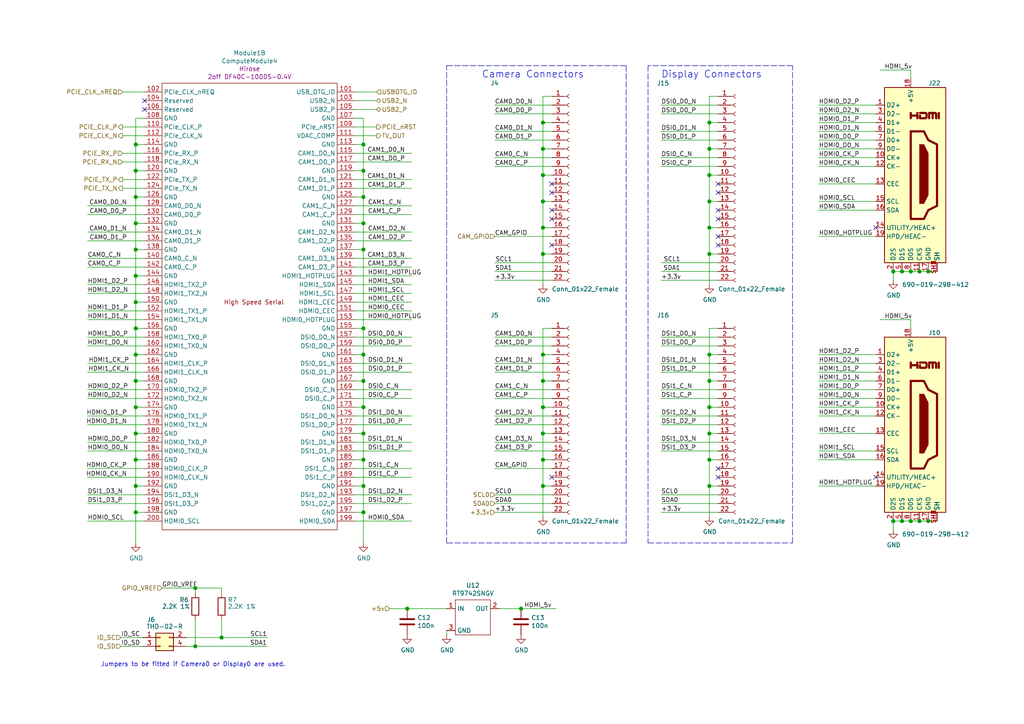
<source format=kicad_sch>
(kicad_sch (version 20201015) (generator eeschema)
  (page 1 7)
  (paper "A4")
  (title_block (title "Compute Module 4 IO Board - CM4 - Highspeed") (rev "1") (company "(c) Raspberry Pi Trading 2020") (comment 1 "www.raspberrypi.org"))
  (junction (at 39.37 41.91) (diameter 1.016))
  (junction (at 39.37 49.53) (diameter 1.016))
  (junction (at 39.37 57.15) (diameter 1.016))
  (junction (at 39.37 64.77) (diameter 1.016))
  (junction (at 39.37 72.39) (diameter 1.016))
  (junction (at 39.37 80.01) (diameter 1.016))
  (junction (at 39.37 87.63) (diameter 1.016))
  (junction (at 39.37 95.25) (diameter 1.016))
  (junction (at 39.37 102.87) (diameter 1.016))
  (junction (at 39.37 110.49) (diameter 1.016))
  (junction (at 39.37 118.11) (diameter 1.016))
  (junction (at 39.37 125.73) (diameter 1.016))
  (junction (at 39.37 133.35) (diameter 1.016))
  (junction (at 39.37 140.97) (diameter 1.016))
  (junction (at 39.37 148.59) (diameter 1.016))
  (junction (at 56.642 170.561) (diameter 1.016))
  (junction (at 56.642 187.452) (diameter 1.016))
  (junction (at 64.262 184.912) (diameter 1.016))
  (junction (at 105.41 41.91) (diameter 1.016))
  (junction (at 105.41 49.53) (diameter 1.016))
  (junction (at 105.41 57.15) (diameter 1.016))
  (junction (at 105.41 64.77) (diameter 1.016))
  (junction (at 105.41 72.39) (diameter 1.016))
  (junction (at 105.41 95.25) (diameter 1.016))
  (junction (at 105.41 102.87) (diameter 1.016))
  (junction (at 105.41 110.49) (diameter 1.016))
  (junction (at 105.41 118.11) (diameter 1.016))
  (junction (at 105.41 125.73) (diameter 1.016))
  (junction (at 105.41 133.35) (diameter 1.016))
  (junction (at 105.41 140.97) (diameter 1.016))
  (junction (at 105.41 148.59) (diameter 1.016))
  (junction (at 118.11 176.53) (diameter 1.016))
  (junction (at 151.13 176.53) (diameter 1.016))
  (junction (at 157.48 35.56) (diameter 1.016))
  (junction (at 157.48 43.18) (diameter 1.016))
  (junction (at 157.48 50.8) (diameter 1.016))
  (junction (at 157.48 58.42) (diameter 1.016))
  (junction (at 157.48 66.04) (diameter 1.016))
  (junction (at 157.48 73.66) (diameter 1.016))
  (junction (at 157.48 102.87) (diameter 1.016))
  (junction (at 157.48 110.49) (diameter 1.016))
  (junction (at 157.48 118.11) (diameter 1.016))
  (junction (at 157.48 125.73) (diameter 1.016))
  (junction (at 157.48 133.35) (diameter 1.016))
  (junction (at 157.48 140.97) (diameter 1.016))
  (junction (at 205.74 35.56) (diameter 1.016))
  (junction (at 205.74 43.18) (diameter 1.016))
  (junction (at 205.74 50.8) (diameter 1.016))
  (junction (at 205.74 58.42) (diameter 1.016))
  (junction (at 205.74 66.04) (diameter 1.016))
  (junction (at 205.74 73.66) (diameter 1.016))
  (junction (at 205.74 102.87) (diameter 1.016))
  (junction (at 205.74 110.49) (diameter 1.016))
  (junction (at 205.74 118.11) (diameter 1.016))
  (junction (at 205.74 125.73) (diameter 1.016))
  (junction (at 205.74 133.35) (diameter 1.016))
  (junction (at 205.74 140.97) (diameter 1.016))
  (junction (at 259.08 78.74) (diameter 1.016))
  (junction (at 259.08 151.13) (diameter 1.016))
  (junction (at 261.62 78.74) (diameter 1.016))
  (junction (at 261.62 151.13) (diameter 1.016))
  (junction (at 264.16 78.74) (diameter 1.016))
  (junction (at 264.16 151.13) (diameter 1.016))
  (junction (at 266.7 78.74) (diameter 1.016))
  (junction (at 266.7 151.13) (diameter 1.016))
  (junction (at 269.24 78.74) (diameter 1.016))
  (junction (at 269.24 151.13) (diameter 1.016))
  (no_connect (at 208.28 55.88))
  (no_connect (at 208.28 60.96))
  (no_connect (at 208.28 138.43))
  (no_connect (at 208.28 68.58))
  (no_connect (at 208.28 63.5))
  (no_connect (at 160.02 55.88))
  (no_connect (at 160.02 63.5))
  (no_connect (at 208.28 71.12))
  (no_connect (at 254 138.43))
  (no_connect (at 208.28 135.89))
  (no_connect (at 41.91 29.21))
  (no_connect (at 41.91 31.75))
  (no_connect (at 208.28 53.34))
  (no_connect (at 160.02 138.43))
  (no_connect (at 160.02 71.12))
  (no_connect (at 160.02 60.96))
  (no_connect (at 254 66.04))
  (no_connect (at 160.02 53.34))
  (wire (pts (xy 25.4 74.93) (xy 41.91 74.93)))
  (wire (pts (xy 25.4 77.47) (xy 41.91 77.47)))
  (wire (pts (xy 25.4 82.55) (xy 41.91 82.55)))
  (wire (pts (xy 25.4 85.09) (xy 41.91 85.09)))
  (wire (pts (xy 25.4 90.17) (xy 41.91 90.17)))
  (wire (pts (xy 25.4 92.71) (xy 41.91 92.71)))
  (wire (pts (xy 25.4 97.79) (xy 41.91 97.79)))
  (wire (pts (xy 25.4 100.33) (xy 41.91 100.33)))
  (wire (pts (xy 25.4 113.03) (xy 41.91 113.03)))
  (wire (pts (xy 25.4 115.57) (xy 41.91 115.57)))
  (wire (pts (xy 25.4 128.27) (xy 41.91 128.27)))
  (wire (pts (xy 25.4 130.81) (xy 41.91 130.81)))
  (wire (pts (xy 25.4 143.51) (xy 41.91 143.51)))
  (wire (pts (xy 25.4 146.05) (xy 41.91 146.05)))
  (wire (pts (xy 25.4 151.13) (xy 41.91 151.13)))
  (wire (pts (xy 35.052 184.912) (xy 41.402 184.912)))
  (wire (pts (xy 35.052 187.452) (xy 41.402 187.452)))
  (wire (pts (xy 35.56 26.67) (xy 41.91 26.67)))
  (wire (pts (xy 35.56 36.83) (xy 41.91 36.83)))
  (wire (pts (xy 35.56 39.37) (xy 41.91 39.37)))
  (wire (pts (xy 35.56 52.07) (xy 41.91 52.07)))
  (wire (pts (xy 35.56 54.61) (xy 41.91 54.61)))
  (wire (pts (xy 39.37 34.29) (xy 39.37 41.91)))
  (wire (pts (xy 39.37 41.91) (xy 39.37 49.53)))
  (wire (pts (xy 39.37 41.91) (xy 41.91 41.91)))
  (wire (pts (xy 39.37 49.53) (xy 39.37 57.15)))
  (wire (pts (xy 39.37 49.53) (xy 41.91 49.53)))
  (wire (pts (xy 39.37 57.15) (xy 39.37 64.77)))
  (wire (pts (xy 39.37 57.15) (xy 41.91 57.15)))
  (wire (pts (xy 39.37 64.77) (xy 39.37 72.39)))
  (wire (pts (xy 39.37 64.77) (xy 41.91 64.77)))
  (wire (pts (xy 39.37 72.39) (xy 39.37 80.01)))
  (wire (pts (xy 39.37 72.39) (xy 41.91 72.39)))
  (wire (pts (xy 39.37 80.01) (xy 39.37 87.63)))
  (wire (pts (xy 39.37 80.01) (xy 41.91 80.01)))
  (wire (pts (xy 39.37 87.63) (xy 39.37 95.25)))
  (wire (pts (xy 39.37 87.63) (xy 41.91 87.63)))
  (wire (pts (xy 39.37 95.25) (xy 39.37 102.87)))
  (wire (pts (xy 39.37 95.25) (xy 41.91 95.25)))
  (wire (pts (xy 39.37 102.87) (xy 39.37 110.49)))
  (wire (pts (xy 39.37 102.87) (xy 41.91 102.87)))
  (wire (pts (xy 39.37 110.49) (xy 39.37 118.11)))
  (wire (pts (xy 39.37 110.49) (xy 41.91 110.49)))
  (wire (pts (xy 39.37 118.11) (xy 39.37 125.73)))
  (wire (pts (xy 39.37 118.11) (xy 41.91 118.11)))
  (wire (pts (xy 39.37 125.73) (xy 39.37 133.35)))
  (wire (pts (xy 39.37 125.73) (xy 41.91 125.73)))
  (wire (pts (xy 39.37 133.35) (xy 39.37 140.97)))
  (wire (pts (xy 39.37 133.35) (xy 41.91 133.35)))
  (wire (pts (xy 39.37 140.97) (xy 39.37 148.59)))
  (wire (pts (xy 39.37 148.59) (xy 39.37 157.48)))
  (wire (pts (xy 41.91 34.29) (xy 39.37 34.29)))
  (wire (pts (xy 41.91 44.45) (xy 35.56 44.45)))
  (wire (pts (xy 41.91 46.99) (xy 35.56 46.99)))
  (wire (pts (xy 41.91 59.69) (xy 25.4 59.69)))
  (wire (pts (xy 41.91 62.23) (xy 25.4 62.23)))
  (wire (pts (xy 41.91 67.31) (xy 25.4 67.31)))
  (wire (pts (xy 41.91 69.85) (xy 25.4 69.85)))
  (wire (pts (xy 41.91 105.41) (xy 25.4 105.41)))
  (wire (pts (xy 41.91 107.95) (xy 25.4 107.95)))
  (wire (pts (xy 41.91 120.65) (xy 25.4 120.65)))
  (wire (pts (xy 41.91 123.19) (xy 25.4 123.19)))
  (wire (pts (xy 41.91 135.89) (xy 25.4 135.89)))
  (wire (pts (xy 41.91 138.43) (xy 25.4 138.43)))
  (wire (pts (xy 41.91 140.97) (xy 39.37 140.97)))
  (wire (pts (xy 41.91 148.59) (xy 39.37 148.59)))
  (wire (pts (xy 46.99 170.561) (xy 56.642 170.561)))
  (wire (pts (xy 54.102 184.912) (xy 64.262 184.912)))
  (wire (pts (xy 54.102 187.452) (xy 56.642 187.452)))
  (wire (pts (xy 56.642 170.561) (xy 56.642 172.085)))
  (wire (pts (xy 56.642 170.561) (xy 64.262 170.561)))
  (wire (pts (xy 56.642 179.705) (xy 56.642 187.452)))
  (wire (pts (xy 56.642 187.452) (xy 77.47 187.452)))
  (wire (pts (xy 64.262 170.561) (xy 64.262 172.085)))
  (wire (pts (xy 64.262 179.705) (xy 64.262 184.912)))
  (wire (pts (xy 64.262 184.912) (xy 77.597 184.912)))
  (wire (pts (xy 102.87 29.21) (xy 109.22 29.21)))
  (wire (pts (xy 102.87 31.75) (xy 109.22 31.75)))
  (wire (pts (xy 102.87 36.83) (xy 109.22 36.83)))
  (wire (pts (xy 102.87 39.37) (xy 109.22 39.37)))
  (wire (pts (xy 102.87 41.91) (xy 105.41 41.91)))
  (wire (pts (xy 102.87 49.53) (xy 105.41 49.53)))
  (wire (pts (xy 102.87 57.15) (xy 105.41 57.15)))
  (wire (pts (xy 102.87 59.69) (xy 119.38 59.69)))
  (wire (pts (xy 102.87 62.23) (xy 119.38 62.23)))
  (wire (pts (xy 102.87 64.77) (xy 105.41 64.77)))
  (wire (pts (xy 102.87 67.31) (xy 119.38 67.31)))
  (wire (pts (xy 102.87 69.85) (xy 119.38 69.85)))
  (wire (pts (xy 102.87 72.39) (xy 105.41 72.39)))
  (wire (pts (xy 102.87 80.01) (xy 119.38 80.01)))
  (wire (pts (xy 102.87 82.55) (xy 119.38 82.55)))
  (wire (pts (xy 102.87 85.09) (xy 119.38 85.09)))
  (wire (pts (xy 102.87 87.63) (xy 119.38 87.63)))
  (wire (pts (xy 102.87 90.17) (xy 119.38 90.17)))
  (wire (pts (xy 102.87 92.71) (xy 119.38 92.71)))
  (wire (pts (xy 102.87 95.25) (xy 105.41 95.25)))
  (wire (pts (xy 102.87 102.87) (xy 105.41 102.87)))
  (wire (pts (xy 102.87 105.41) (xy 119.38 105.41)))
  (wire (pts (xy 102.87 107.95) (xy 119.38 107.95)))
  (wire (pts (xy 102.87 110.49) (xy 105.41 110.49)))
  (wire (pts (xy 102.87 113.03) (xy 119.38 113.03)))
  (wire (pts (xy 102.87 115.57) (xy 119.38 115.57)))
  (wire (pts (xy 102.87 118.11) (xy 105.41 118.11)))
  (wire (pts (xy 102.87 125.73) (xy 105.41 125.73)))
  (wire (pts (xy 102.87 133.35) (xy 105.41 133.35)))
  (wire (pts (xy 102.87 135.89) (xy 119.38 135.89)))
  (wire (pts (xy 102.87 138.43) (xy 119.38 138.43)))
  (wire (pts (xy 102.87 140.97) (xy 105.41 140.97)))
  (wire (pts (xy 102.87 143.51) (xy 119.38 143.51)))
  (wire (pts (xy 102.87 146.05) (xy 119.38 146.05)))
  (wire (pts (xy 102.87 148.59) (xy 105.41 148.59)))
  (wire (pts (xy 102.87 151.13) (xy 119.38 151.13)))
  (wire (pts (xy 105.41 34.29) (xy 102.87 34.29)))
  (wire (pts (xy 105.41 41.91) (xy 105.41 34.29)))
  (wire (pts (xy 105.41 49.53) (xy 105.41 41.91)))
  (wire (pts (xy 105.41 57.15) (xy 105.41 49.53)))
  (wire (pts (xy 105.41 64.77) (xy 105.41 57.15)))
  (wire (pts (xy 105.41 72.39) (xy 105.41 64.77)))
  (wire (pts (xy 105.41 72.39) (xy 105.41 95.25)))
  (wire (pts (xy 105.41 95.25) (xy 105.41 102.87)))
  (wire (pts (xy 105.41 102.87) (xy 105.41 110.49)))
  (wire (pts (xy 105.41 110.49) (xy 105.41 118.11)))
  (wire (pts (xy 105.41 118.11) (xy 105.41 125.73)))
  (wire (pts (xy 105.41 125.73) (xy 105.41 133.35)))
  (wire (pts (xy 105.41 133.35) (xy 105.41 140.97)))
  (wire (pts (xy 105.41 140.97) (xy 105.41 148.59)))
  (wire (pts (xy 105.41 148.59) (xy 105.41 157.48)))
  (wire (pts (xy 109.22 26.67) (xy 102.87 26.67)))
  (wire (pts (xy 113.03 176.53) (xy 118.11 176.53)))
  (wire (pts (xy 118.11 176.53) (xy 129.54 176.53)))
  (wire (pts (xy 119.38 44.45) (xy 102.87 44.45)))
  (wire (pts (xy 119.38 46.99) (xy 102.87 46.99)))
  (wire (pts (xy 119.38 52.07) (xy 102.87 52.07)))
  (wire (pts (xy 119.38 54.61) (xy 102.87 54.61)))
  (wire (pts (xy 119.38 74.93) (xy 102.87 74.93)))
  (wire (pts (xy 119.38 77.47) (xy 102.87 77.47)))
  (wire (pts (xy 119.38 97.79) (xy 102.87 97.79)))
  (wire (pts (xy 119.38 100.33) (xy 102.87 100.33)))
  (wire (pts (xy 119.38 120.65) (xy 102.87 120.65)))
  (wire (pts (xy 119.38 123.19) (xy 102.87 123.19)))
  (wire (pts (xy 119.38 128.27) (xy 102.87 128.27)))
  (wire (pts (xy 119.38 130.81) (xy 102.87 130.81)))
  (wire (pts (xy 129.54 182.88) (xy 129.54 184.15)))
  (wire (pts (xy 143.51 30.48) (xy 160.02 30.48)))
  (wire (pts (xy 143.51 33.02) (xy 160.02 33.02)))
  (wire (pts (xy 143.51 38.1) (xy 160.02 38.1)))
  (wire (pts (xy 143.51 40.64) (xy 160.02 40.64)))
  (wire (pts (xy 143.51 45.72) (xy 160.02 45.72)))
  (wire (pts (xy 143.51 48.26) (xy 160.02 48.26)))
  (wire (pts (xy 143.51 97.79) (xy 160.02 97.79)))
  (wire (pts (xy 143.51 100.33) (xy 160.02 100.33)))
  (wire (pts (xy 143.51 105.41) (xy 160.02 105.41)))
  (wire (pts (xy 143.51 107.95) (xy 160.02 107.95)))
  (wire (pts (xy 143.51 113.03) (xy 160.02 113.03)))
  (wire (pts (xy 143.51 115.57) (xy 160.02 115.57)))
  (wire (pts (xy 143.51 120.65) (xy 160.02 120.65)))
  (wire (pts (xy 143.51 123.19) (xy 160.02 123.19)))
  (wire (pts (xy 143.51 128.27) (xy 160.02 128.27)))
  (wire (pts (xy 143.51 130.81) (xy 160.02 130.81)))
  (wire (pts (xy 143.51 135.89) (xy 160.02 135.89)))
  (wire (pts (xy 144.78 176.53) (xy 151.13 176.53)))
  (wire (pts (xy 151.13 176.53) (xy 161.29 176.53)))
  (wire (pts (xy 157.48 27.94) (xy 157.48 35.56)))
  (wire (pts (xy 157.48 35.56) (xy 157.48 43.18)))
  (wire (pts (xy 157.48 35.56) (xy 160.02 35.56)))
  (wire (pts (xy 157.48 43.18) (xy 157.48 50.8)))
  (wire (pts (xy 157.48 43.18) (xy 160.02 43.18)))
  (wire (pts (xy 157.48 50.8) (xy 157.48 58.42)))
  (wire (pts (xy 157.48 50.8) (xy 160.02 50.8)))
  (wire (pts (xy 157.48 58.42) (xy 157.48 66.04)))
  (wire (pts (xy 157.48 58.42) (xy 160.02 58.42)))
  (wire (pts (xy 157.48 66.04) (xy 157.48 73.66)))
  (wire (pts (xy 157.48 66.04) (xy 160.02 66.04)))
  (wire (pts (xy 157.48 73.66) (xy 157.48 82.55)))
  (wire (pts (xy 157.48 73.66) (xy 160.02 73.66)))
  (wire (pts (xy 157.48 95.25) (xy 157.48 102.87)))
  (wire (pts (xy 157.48 102.87) (xy 157.48 110.49)))
  (wire (pts (xy 157.48 102.87) (xy 160.02 102.87)))
  (wire (pts (xy 157.48 110.49) (xy 157.48 118.11)))
  (wire (pts (xy 157.48 110.49) (xy 160.02 110.49)))
  (wire (pts (xy 157.48 118.11) (xy 157.48 125.73)))
  (wire (pts (xy 157.48 118.11) (xy 160.02 118.11)))
  (wire (pts (xy 157.48 125.73) (xy 157.48 133.35)))
  (wire (pts (xy 157.48 125.73) (xy 160.02 125.73)))
  (wire (pts (xy 157.48 133.35) (xy 157.48 140.97)))
  (wire (pts (xy 157.48 133.35) (xy 160.02 133.35)))
  (wire (pts (xy 157.48 140.97) (xy 157.48 149.86)))
  (wire (pts (xy 157.48 140.97) (xy 160.02 140.97)))
  (wire (pts (xy 160.02 27.94) (xy 157.48 27.94)))
  (wire (pts (xy 160.02 68.58) (xy 143.51 68.58)))
  (wire (pts (xy 160.02 76.2) (xy 143.51 76.2)))
  (wire (pts (xy 160.02 78.74) (xy 143.51 78.74)))
  (wire (pts (xy 160.02 81.28) (xy 143.51 81.28)))
  (wire (pts (xy 160.02 95.25) (xy 157.48 95.25)))
  (wire (pts (xy 160.02 143.51) (xy 143.51 143.51)))
  (wire (pts (xy 160.02 146.05) (xy 143.51 146.05)))
  (wire (pts (xy 160.02 148.59) (xy 143.51 148.59)))
  (wire (pts (xy 191.77 30.48) (xy 208.28 30.48)))
  (wire (pts (xy 191.77 33.02) (xy 208.28 33.02)))
  (wire (pts (xy 191.77 38.1) (xy 208.28 38.1)))
  (wire (pts (xy 191.77 40.64) (xy 208.28 40.64)))
  (wire (pts (xy 191.77 45.72) (xy 208.28 45.72)))
  (wire (pts (xy 191.77 48.26) (xy 208.28 48.26)))
  (wire (pts (xy 191.77 97.79) (xy 208.28 97.79)))
  (wire (pts (xy 191.77 100.33) (xy 208.28 100.33)))
  (wire (pts (xy 191.77 105.41) (xy 208.28 105.41)))
  (wire (pts (xy 191.77 107.95) (xy 208.28 107.95)))
  (wire (pts (xy 191.77 113.03) (xy 208.28 113.03)))
  (wire (pts (xy 191.77 115.57) (xy 208.28 115.57)))
  (wire (pts (xy 191.77 120.65) (xy 208.28 120.65)))
  (wire (pts (xy 191.77 123.19) (xy 208.28 123.19)))
  (wire (pts (xy 191.77 128.27) (xy 208.28 128.27)))
  (wire (pts (xy 191.77 130.81) (xy 208.28 130.81)))
  (wire (pts (xy 205.74 27.94) (xy 205.74 35.56)))
  (wire (pts (xy 205.74 35.56) (xy 205.74 43.18)))
  (wire (pts (xy 205.74 35.56) (xy 208.28 35.56)))
  (wire (pts (xy 205.74 43.18) (xy 205.74 50.8)))
  (wire (pts (xy 205.74 43.18) (xy 208.28 43.18)))
  (wire (pts (xy 205.74 50.8) (xy 205.74 58.42)))
  (wire (pts (xy 205.74 50.8) (xy 208.28 50.8)))
  (wire (pts (xy 205.74 58.42) (xy 205.74 66.04)))
  (wire (pts (xy 205.74 58.42) (xy 208.28 58.42)))
  (wire (pts (xy 205.74 66.04) (xy 205.74 73.66)))
  (wire (pts (xy 205.74 66.04) (xy 208.28 66.04)))
  (wire (pts (xy 205.74 73.66) (xy 205.74 82.55)))
  (wire (pts (xy 205.74 73.66) (xy 208.28 73.66)))
  (wire (pts (xy 205.74 95.25) (xy 205.74 102.87)))
  (wire (pts (xy 205.74 102.87) (xy 205.74 110.49)))
  (wire (pts (xy 205.74 102.87) (xy 208.28 102.87)))
  (wire (pts (xy 205.74 110.49) (xy 205.74 118.11)))
  (wire (pts (xy 205.74 110.49) (xy 208.28 110.49)))
  (wire (pts (xy 205.74 118.11) (xy 205.74 125.73)))
  (wire (pts (xy 205.74 118.11) (xy 208.28 118.11)))
  (wire (pts (xy 205.74 125.73) (xy 205.74 133.35)))
  (wire (pts (xy 205.74 125.73) (xy 208.28 125.73)))
  (wire (pts (xy 205.74 133.35) (xy 205.74 140.97)))
  (wire (pts (xy 205.74 133.35) (xy 208.28 133.35)))
  (wire (pts (xy 205.74 140.97) (xy 205.74 149.86)))
  (wire (pts (xy 205.74 140.97) (xy 208.28 140.97)))
  (wire (pts (xy 208.28 27.94) (xy 205.74 27.94)))
  (wire (pts (xy 208.28 76.2) (xy 191.77 76.2)))
  (wire (pts (xy 208.28 78.74) (xy 191.77 78.74)))
  (wire (pts (xy 208.28 81.28) (xy 191.77 81.28)))
  (wire (pts (xy 208.28 95.25) (xy 205.74 95.25)))
  (wire (pts (xy 208.28 143.51) (xy 191.77 143.51)))
  (wire (pts (xy 208.28 146.05) (xy 191.77 146.05)))
  (wire (pts (xy 208.28 148.59) (xy 191.77 148.59)))
  (wire (pts (xy 237.49 30.48) (xy 254 30.48)))
  (wire (pts (xy 237.49 33.02) (xy 254 33.02)))
  (wire (pts (xy 237.49 35.56) (xy 254 35.56)))
  (wire (pts (xy 237.49 38.1) (xy 254 38.1)))
  (wire (pts (xy 237.49 40.64) (xy 254 40.64)))
  (wire (pts (xy 237.49 43.18) (xy 254 43.18)))
  (wire (pts (xy 237.49 45.72) (xy 254 45.72)))
  (wire (pts (xy 237.49 48.26) (xy 254 48.26)))
  (wire (pts (xy 237.49 53.34) (xy 254 53.34)))
  (wire (pts (xy 237.49 58.42) (xy 254 58.42)))
  (wire (pts (xy 237.49 60.96) (xy 254 60.96)))
  (wire (pts (xy 237.49 68.58) (xy 254 68.58)))
  (wire (pts (xy 237.49 102.87) (xy 254 102.87)))
  (wire (pts (xy 237.49 105.41) (xy 254 105.41)))
  (wire (pts (xy 237.49 107.95) (xy 254 107.95)))
  (wire (pts (xy 237.49 110.49) (xy 254 110.49)))
  (wire (pts (xy 237.49 113.03) (xy 254 113.03)))
  (wire (pts (xy 237.49 115.57) (xy 254 115.57)))
  (wire (pts (xy 237.49 118.11) (xy 254 118.11)))
  (wire (pts (xy 237.49 120.65) (xy 254 120.65)))
  (wire (pts (xy 237.49 125.73) (xy 254 125.73)))
  (wire (pts (xy 237.49 130.81) (xy 254 130.81)))
  (wire (pts (xy 237.49 133.35) (xy 254 133.35)))
  (wire (pts (xy 237.49 140.97) (xy 254 140.97)))
  (wire (pts (xy 255.27 20.32) (xy 264.16 20.32)))
  (wire (pts (xy 255.27 92.71) (xy 264.16 92.71)))
  (wire (pts (xy 259.08 78.74) (xy 259.08 81.28)))
  (wire (pts (xy 259.08 78.74) (xy 261.62 78.74)))
  (wire (pts (xy 259.08 151.13) (xy 259.08 153.67)))
  (wire (pts (xy 259.08 151.13) (xy 261.62 151.13)))
  (wire (pts (xy 261.62 78.74) (xy 264.16 78.74)))
  (wire (pts (xy 261.62 151.13) (xy 264.16 151.13)))
  (wire (pts (xy 264.16 20.32) (xy 264.16 22.86)))
  (wire (pts (xy 264.16 78.74) (xy 266.7 78.74)))
  (wire (pts (xy 264.16 92.71) (xy 264.16 95.25)))
  (wire (pts (xy 264.16 151.13) (xy 266.7 151.13)))
  (wire (pts (xy 266.7 78.74) (xy 269.24 78.74)))
  (wire (pts (xy 266.7 151.13) (xy 269.24 151.13)))
  (wire (pts (xy 269.24 78.74) (xy 271.78 78.74)))
  (wire (pts (xy 269.24 151.13) (xy 271.78 151.13)))
  (polyline (pts (xy 129.54 19.05) (xy 181.61 19.05)) (stroke (width 0) (type dash)))
  (polyline (pts (xy 129.54 157.48) (xy 129.54 19.05)) (stroke (width 0) (type dash)))
  (polyline (pts (xy 181.61 19.05) (xy 181.61 157.48)) (stroke (width 0) (type dash)))
  (polyline (pts (xy 181.61 157.48) (xy 129.54 157.48)) (stroke (width 0) (type dash)))
  (polyline (pts (xy 187.96 19.05) (xy 187.96 157.48)) (stroke (width 0) (type dash)))
  (polyline (pts (xy 187.96 157.48) (xy 229.87 157.48)) (stroke (width 0) (type dash)))
  (polyline (pts (xy 229.87 19.05) (xy 187.96 19.05)) (stroke (width 0) (type dash)))
  (polyline (pts (xy 229.87 157.48) (xy 229.87 19.05)) (stroke (width 0) (type dash)))
  (text "Jumpers to be fitted if Camera0 or Display0 are used.\n" (at 82.804 193.548 0) (effects (font (size 1.27 1.27)) (justify right bottom)))
  (text "Camera Connectors" (at 139.7 22.86 0) (effects (font (size 2.0066 2.0066)) (justify left bottom)))
  (text "Display Connectors" (at 191.77 22.86 0) (effects (font (size 2.0066 2.0066)) (justify left bottom)))
  (label "CAM0_C_N" (at 25.4 74.93 0))
  (label "CAM0_C_P" (at 25.4 77.47 0))
  (label "HDMI1_D2_P" (at 25.4 82.55 0))
  (label "HDMI1_D2_N" (at 25.4 85.09 0))
  (label "HDMI1_D1_P" (at 25.4 90.17 0))
  (label "HDMI1_D1_N" (at 25.4 92.71 0))
  (label "HDMI1_D0_P" (at 25.4 97.79 0))
  (label "HDMI1_D0_N" (at 25.4 100.33 0))
  (label "HDMI0_D2_P" (at 25.4 113.03 0))
  (label "HDMI0_D2_N" (at 25.4 115.57 0))
  (label "HDMI0_D0_P" (at 25.4 128.27 0))
  (label "HDMI0_D0_N" (at 25.4 130.81 0))
  (label "DSI1_D3_N" (at 25.4 143.51 0))
  (label "DSI1_D3_P" (at 25.4 146.05 0))
  (label "HDMI0_SCL" (at 25.4 151.13 0))
  (label "CAM0_D0_N" (at 36.83 59.69 180))
  (label "CAM0_D0_P" (at 36.83 62.23 180))
  (label "CAM0_D1_N" (at 36.83 67.31 180))
  (label "CAM0_D1_P" (at 36.83 69.85 180))
  (label "HDMI0_D1_P" (at 36.83 120.65 180))
  (label "HDMI0_D1_N" (at 36.83 123.19 180))
  (label "HDMI0_CK_P" (at 36.83 135.89 180))
  (label "HDMI0_CK_N" (at 36.83 138.43 180))
  (label "HDMI1_CK_P" (at 37.465 105.41 180))
  (label "HDMI1_CK_N" (at 37.465 107.95 180))
  (label "ID_SC" (at 40.64 184.912 180))
  (label "ID_SD" (at 40.64 187.452 180))
  (label "GPIO_VREF" (at 46.99 170.561 0))
  (label "SCL1" (at 77.47 184.912 180))
  (label "SDA1" (at 77.47 187.452 180))
  (label "CAM1_C_N" (at 106.68 59.69 0))
  (label "CAM1_C_P" (at 106.68 62.23 0))
  (label "CAM1_D2_N" (at 106.68 67.31 0))
  (label "CAM1_D2_P" (at 106.68 69.85 0))
  (label "HDMI1_HOTPLUG" (at 106.68 80.01 0))
  (label "HDMI1_SDA" (at 106.68 82.55 0))
  (label "HDMI1_SCL" (at 106.68 85.09 0))
  (label "HDMI1_CEC" (at 106.68 87.63 0))
  (label "HDMI0_CEC" (at 106.68 90.17 0))
  (label "HDMI0_HOTPLUG" (at 106.68 92.71 0))
  (label "DSI0_D1_N" (at 106.68 105.41 0))
  (label "DSI0_D1_P" (at 106.68 107.95 0))
  (label "DSI0_C_N" (at 106.68 113.03 0))
  (label "DSI0_C_P" (at 106.68 115.57 0))
  (label "DSI1_C_N" (at 106.68 135.89 0))
  (label "DSI1_C_P" (at 106.68 138.43 0))
  (label "DSI1_D2_N" (at 106.68 143.51 0))
  (label "DSI1_D2_P" (at 106.68 146.05 0))
  (label "HDMI0_SDA" (at 106.68 151.13 0))
  (label "DSI0_D0_N" (at 116.84 97.79 180))
  (label "DSI0_D0_P" (at 116.84 100.33 180))
  (label "DSI1_D0_N" (at 116.84 120.65 180))
  (label "DSI1_D0_P" (at 116.84 123.19 180))
  (label "DSI1_D1_N" (at 116.84 128.27 180))
  (label "DSI1_D1_P" (at 116.84 130.81 180))
  (label "CAM1_D0_N" (at 117.475 44.45 180))
  (label "CAM1_D0_P" (at 117.475 46.99 180))
  (label "CAM1_D1_N" (at 117.475 52.07 180))
  (label "CAM1_D1_P" (at 117.475 54.61 180))
  (label "CAM1_D3_N" (at 117.475 74.93 180))
  (label "CAM1_D3_P" (at 117.475 77.47 180))
  (label "CAM0_D0_N" (at 143.51 30.48 0))
  (label "CAM0_D0_P" (at 143.51 33.02 0))
  (label "CAM0_D1_N" (at 143.51 38.1 0))
  (label "CAM0_D1_P" (at 143.51 40.64 0))
  (label "CAM0_C_N" (at 143.51 45.72 0))
  (label "CAM0_C_P" (at 143.51 48.26 0))
  (label "CAM_GPIO" (at 143.51 68.58 0))
  (label "+3.3v" (at 143.51 81.28 0))
  (label "CAM1_D0_N" (at 143.51 97.79 0))
  (label "CAM1_D0_P" (at 143.51 100.33 0))
  (label "CAM1_D1_N" (at 143.51 105.41 0))
  (label "CAM1_D1_P" (at 143.51 107.95 0))
  (label "CAM1_C_N" (at 143.51 113.03 0))
  (label "CAM1_C_P" (at 143.51 115.57 0))
  (label "CAM1_D2_N" (at 143.51 120.65 0))
  (label "CAM1_D2_P" (at 143.51 123.19 0))
  (label "CAM1_D3_N" (at 143.51 128.27 0))
  (label "CAM1_D3_P" (at 143.51 130.81 0))
  (label "CAM_GPIO" (at 143.51 135.89 0))
  (label "SCL0" (at 143.51 143.51 0))
  (label "SDA0" (at 143.51 146.05 0))
  (label "+3.3v" (at 143.51 148.59 0))
  (label "SCL1" (at 148.59 76.2 180))
  (label "SDA1" (at 148.59 78.74 180))
  (label "HDMI_5v" (at 160.02 176.53 180))
  (label "DSI0_D0_N" (at 191.77 30.48 0))
  (label "DSI0_D0_P" (at 191.77 33.02 0))
  (label "DSI0_D1_N" (at 191.77 38.1 0))
  (label "DSI0_D1_P" (at 191.77 40.64 0))
  (label "DSI0_C_N" (at 191.77 45.72 0))
  (label "DSI0_C_P" (at 191.77 48.26 0))
  (label "+3.3v" (at 191.77 81.28 0))
  (label "DSI1_D0_N" (at 191.77 97.79 0))
  (label "DSI1_D0_P" (at 191.77 100.33 0))
  (label "DSI1_D1_N" (at 191.77 105.41 0))
  (label "DSI1_D1_P" (at 191.77 107.95 0))
  (label "DSI1_C_N" (at 191.77 113.03 0))
  (label "DSI1_C_P" (at 191.77 115.57 0))
  (label "DSI1_D2_N" (at 191.77 120.65 0))
  (label "DSI1_D2_P" (at 191.77 123.19 0))
  (label "DSI1_D3_N" (at 191.77 128.27 0))
  (label "DSI1_D3_P" (at 191.77 130.81 0))
  (label "SCL0" (at 191.77 143.51 0))
  (label "SDA0" (at 191.77 146.05 0))
  (label "+3.3v" (at 191.77 148.59 0))
  (label "SCL1" (at 197.358 76.2 180))
  (label "SDA1" (at 197.358 78.74 180))
  (label "HDMI0_D2_P" (at 237.49 30.48 0))
  (label "HDMI0_D2_N" (at 237.49 33.02 0))
  (label "HDMI0_D1_P" (at 237.49 35.56 0))
  (label "HDMI0_D1_N" (at 237.49 38.1 0))
  (label "HDMI0_D0_P" (at 237.49 40.64 0))
  (label "HDMI0_D0_N" (at 237.49 43.18 0))
  (label "HDMI0_CK_P" (at 237.49 45.72 0))
  (label "HDMI0_CK_N" (at 237.49 48.26 0))
  (label "HDMI0_CEC" (at 237.49 53.34 0))
  (label "HDMI0_SCL" (at 237.49 58.42 0))
  (label "HDMI0_SDA" (at 237.49 60.96 0))
  (label "HDMI0_HOTPLUG" (at 237.49 68.58 0))
  (label "HDMI1_D2_P" (at 237.49 102.87 0))
  (label "HDMI1_D2_N" (at 237.49 105.41 0))
  (label "HDMI1_D1_P" (at 237.49 107.95 0))
  (label "HDMI1_D1_N" (at 237.49 110.49 0))
  (label "HDMI1_D0_P" (at 237.49 113.03 0))
  (label "HDMI1_D0_N" (at 237.49 115.57 0))
  (label "HDMI1_CK_P" (at 237.49 118.11 0))
  (label "HDMI1_CK_N" (at 237.49 120.65 0))
  (label "HDMI1_CEC" (at 237.49 125.73 0))
  (label "HDMI1_SCL" (at 237.49 130.81 0))
  (label "HDMI1_SDA" (at 237.49 133.35 0))
  (label "HDMI1_HOTPLUG" (at 237.49 140.97 0))
  (label "HDMI_5v" (at 256.54 20.32 0))
  (label "HDMI_5v" (at 256.54 92.71 0))
  (hierarchical_label "ID_SC" (shape input) (at 35.052 184.912 180))
  (hierarchical_label "ID_SD" (shape input) (at 35.052 187.452 180))
  (hierarchical_label "PCIE_CLK_nREQ" (shape input) (at 35.56 26.67 180))
  (hierarchical_label "PCIE_CLK_P" (shape output) (at 35.56 36.83 180))
  (hierarchical_label "PCIE_CLK_N" (shape output) (at 35.56 39.37 180))
  (hierarchical_label "PCIE_RX_P" (shape input) (at 35.56 44.45 180))
  (hierarchical_label "PCIE_RX_N" (shape input) (at 35.56 46.99 180))
  (hierarchical_label "PCIE_TX_P" (shape output) (at 35.56 52.07 180))
  (hierarchical_label "PCIE_TX_N" (shape output) (at 35.56 54.61 180))
  (hierarchical_label "GPIO_VREF" (shape input) (at 46.99 170.561 180))
  (hierarchical_label "USBOTG_ID" (shape input) (at 109.22 26.67 0))
  (hierarchical_label "USB2_N" (shape bidirectional) (at 109.22 29.21 0))
  (hierarchical_label "USB2_P" (shape bidirectional) (at 109.22 31.75 0))
  (hierarchical_label "PCIE_nRST" (shape output) (at 109.22 36.83 0))
  (hierarchical_label "TV_OUT" (shape output) (at 109.22 39.37 0))
  (hierarchical_label "+5v" (shape input) (at 113.03 176.53 180))
  (hierarchical_label "CAM_GPIO" (shape input) (at 143.51 68.58 180))
  (hierarchical_label "SCL0" (shape input) (at 143.51 143.51 180))
  (hierarchical_label "SDA0" (shape input) (at 143.51 146.05 180))
  (hierarchical_label "+3.3v" (shape input) (at 143.51 148.59 180))
  (symbol (lib_id "power:GND") (at 39.37 157.48 0) (unit 1)
    (property "Reference" "#PWR0131" (effects hide))
    (property "Value" "GND" (at 39.497 161.8742 0))
  )
  (symbol (lib_id "power:GND") (at 105.41 157.48 0) (unit 1)
    (property "Reference" "#PWR0130" (effects hide))
    (property "Value" "GND" (at 105.537 161.8742 0))
  )
  (symbol (lib_id "power:GND") (at 118.11 184.15 0) (unit 1)
    (property "Reference" "#PWR0137" (effects hide))
    (property "Value" "GND" (at 118.237 188.5442 0))
  )
  (symbol (lib_id "power:GND") (at 129.54 184.15 0) (unit 1)
    (property "Reference" "#PWR0138" (effects hide))
    (property "Value" "GND" (at 129.667 188.5442 0))
  )
  (symbol (lib_id "power:GND") (at 151.13 184.15 0) (unit 1)
    (property "Reference" "#PWR0136" (effects hide))
    (property "Value" "GND" (at 151.257 188.5442 0))
  )
  (symbol (lib_id "power:GND") (at 157.48 82.55 0) (unit 1)
    (property "Reference" "#PWR0132" (effects hide))
    (property "Value" "GND" (at 157.607 86.9442 0))
  )
  (symbol (lib_id "power:GND") (at 157.48 149.86 0) (unit 1)
    (property "Reference" "#PWR0134" (effects hide))
    (property "Value" "GND" (at 157.607 154.2542 0))
  )
  (symbol (lib_id "power:GND") (at 205.74 82.55 0) (unit 1)
    (property "Reference" "#PWR0133" (effects hide))
    (property "Value" "GND" (at 205.867 86.9442 0))
  )
  (symbol (lib_id "power:GND") (at 205.74 149.86 0) (unit 1)
    (property "Reference" "#PWR0135" (effects hide))
    (property "Value" "GND" (at 205.867 154.2542 0))
  )
  (symbol (lib_id "power:GND") (at 259.08 81.28 0) (unit 1)
    (property "Reference" "#PWR0128" (effects hide))
    (property "Value" "GND" (at 259.207 85.6742 0))
  )
  (symbol (lib_id "power:GND") (at 259.08 153.67 0) (unit 1)
    (property "Reference" "#PWR0129" (effects hide))
    (property "Value" "GND" (at 259.207 158.0642 0))
  )
  (symbol (lib_id "Device:R") (at 56.642 175.895 0) (unit 1)
    (property "Reference" "R6" (at 52.07 173.99 0) (effects (justify left)))
    (property "Value" "2.2K 1%" (at 46.99 175.895 0) (effects (justify left)))
    (property "Footprint" "Resistor_SMD:R_0402_1005Metric" (effects hide))
    (property "Datasheet" "https://fscdn.rohm.com/en/products/databook/datasheet/passive/resistor/chip_resistor/mcr-e.pdf" (effects hide))
    (property "Field4" "Farnell" (effects hide))
    (property "Field5" "9239278" (effects hide))
    (property "Field7" "KOA EUROPE GMBH" (effects hide))
    (property "Field6" "RK73G1ETQTP2201D         " (effects hide))
    (property "Part Description" "Resistor 2.2K M1005 1% 63mW" (effects hide))
    (property "Field8" "120889581" (effects hide))
  )
  (symbol (lib_id "Device:R") (at 64.262 175.895 0) (unit 1)
    (property "Reference" "R7" (at 66.04 173.99 0) (effects (justify left)))
    (property "Value" "2.2K 1%" (at 66.04 175.895 0) (effects (justify left)))
    (property "Footprint" "Resistor_SMD:R_0402_1005Metric" (effects hide))
    (property "Datasheet" "https://fscdn.rohm.com/en/products/databook/datasheet/passive/resistor/chip_resistor/mcr-e.pdf" (effects hide))
    (property "Field4" "Farnell" (effects hide))
    (property "Field5" "9239278" (effects hide))
    (property "Field7" "KOA EUROPE GMBH" (effects hide))
    (property "Field6" "RK73G1ETQTP2201D         " (effects hide))
    (property "Part Description" "Resistor 2.2K M1005 1% 63mW" (effects hide))
    (property "Field8" "120889581" (effects hide))
  )
  (symbol (lib_id "Device:C") (at 118.11 180.34 0) (unit 1)
    (property "Reference" "C12" (at 121.031 179.1716 0) (effects (justify left)))
    (property "Value" "100n" (at 121.031 181.483 0) (effects (justify left)))
    (property "Footprint" "Capacitor_SMD:C_0402_1005Metric" (effects hide))
    (property "Datasheet" "https://search.murata.co.jp/Ceramy/image/img/A01X/G101/ENG/GRM155R71C104KA88-01.pdf" (effects hide))
    (property "Field4" "Farnell" (effects hide))
    (property "Field5" "2611911" (effects hide))
    (property "Field6" "RM EMK105 B7104KV-F" (effects hide))
    (property "Field7" "TAIYO YUDEN EUROPE GMBH" (effects hide))
    (property "Part Description" "	0.1uF 10% 16V Ceramic Capacitor X7R 0402 (1005 Metric)" (effects hide))
    (property "Field8" "110091611" (effects hide))
  )
  (symbol (lib_id "Device:C") (at 151.13 180.34 0) (unit 1)
    (property "Reference" "C13" (at 154.051 179.1716 0) (effects (justify left)))
    (property "Value" "100n" (at 154.051 181.483 0) (effects (justify left)))
    (property "Footprint" "Capacitor_SMD:C_0402_1005Metric" (effects hide))
    (property "Datasheet" "https://search.murata.co.jp/Ceramy/image/img/A01X/G101/ENG/GRM155R71C104KA88-01.pdf" (effects hide))
    (property "Field4" "Farnell" (effects hide))
    (property "Field5" "2611911" (effects hide))
    (property "Field6" "RM EMK105 B7104KV-F" (effects hide))
    (property "Field7" "TAIYO YUDEN EUROPE GMBH" (effects hide))
    (property "Part Description" "	0.1uF 10% 16V Ceramic Capacitor X7R 0402 (1005 Metric)" (effects hide))
    (property "Field8" "110091611" (effects hide))
  )
  (symbol (lib_id "Connector_Generic:Conn_02x02_Odd_Even") (at 46.482 184.912 0) (unit 1)
    (property "Reference" "J6" (at 43.815 179.705 0))
    (property "Value" "THD-02-R" (at 47.752 181.7116 0))
    (property "Footprint" "Connector_PinHeader_2.54mm:PinHeader_2x02_P2.54mm_Vertical" (effects hide))
    (property "Datasheet" "https://www.toby.co.uk/uploads/publications/1673.pdf" (effects hide))
    (property "Field4" "Toby" (effects hide))
    (property "Field5" "THD-02-R" (effects hide))
    (property "Field6" "151-604-425-761" (effects hide))
    (property "Field7" "EDAC" (effects hide))
    (property "Field8" "UCON00791" (effects hide))
    (property "Part Description" "PinHeader_2x02_P2.54mm_Vertical" (effects hide))
  )
  (symbol (lib_id "CM4IO:RT9742SNGV") (at 134.62 180.34 0) (unit 1)
    (property "Reference" "U12" (at 137.16 169.799 0))
    (property "Value" "RT9742SNGV" (at 137.16 172.1104 0))
    (property "Footprint" "Package_TO_SOT_SMD:SOT-23" (effects hide))
    (property "Datasheet" "https://www.richtek.com/assets/product_file/RT9742/DS9742-09.pdf" (effects hide))
    (property "Field4" "Farnell" (effects hide))
    (property "Field5" "2575555" (effects hide))
    (property "Field6" "RT9742SNGV" (effects hide))
    (property "Field7" "RichTek" (effects hide))
    (property "Part Description" "Power Switch/Driver 1:1 N-Channel 500mA SOT-23-3" (effects hide))
    (property "Field8" "USWI00155" (effects hide))
  )
  (symbol (lib_id "Connector:Conn_01x22_Female") (at 165.1 53.34 0) (unit 1)
    (property "Reference" "J4" (at 142.24 24.13 0) (effects (justify left)))
    (property "Value" "Conn_01x22_Female" (at 160.02 83.82 0) (effects (justify left)))
    (property "Footprint" "Connector_FFC-FPC:Hirose_FH12-22S-0.5SH_1x22-1MP_P0.50mm_Horizontal" (effects hide))
    (property "Datasheet" "https://www.hirose.com/product/document?clcode=&productname=&series=FH12&documenttype=Catalog&lang=en&documentid=D31648_en" (effects hide))
    (property "Field4" "Mouser" (effects hide))
    (property "Field5" "798-FH12-22S-0.5SH55" (effects hide))
    (property "Field6" "FH12-22S-0.5SH55" (effects hide))
    (property "Field7" "Hirose" (effects hide))
    (property "Part Description" "22 Position FFC, FPC Connector Contacts, Bottom 0.020\" (0.50mm) Surface Mount, Right Angle" (effects hide))
  )
  (symbol (lib_id "Connector:Conn_01x22_Female") (at 165.1 120.65 0) (unit 1)
    (property "Reference" "J5" (at 142.24 91.44 0) (effects (justify left)))
    (property "Value" "Conn_01x22_Female" (at 160.02 151.13 0) (effects (justify left)))
    (property "Footprint" "Connector_FFC-FPC:Hirose_FH12-22S-0.5SH_1x22-1MP_P0.50mm_Horizontal" (effects hide))
    (property "Datasheet" "https://www.hirose.com/product/document?clcode=&productname=&series=FH12&documenttype=Catalog&lang=en&documentid=D31648_en" (effects hide))
    (property "Field4" "Mouser" (effects hide))
    (property "Field5" "798-FH12-22S-0.5SH55" (effects hide))
    (property "Field6" "FH12-22S-0.5SH55" (effects hide))
    (property "Field7" "Hirose" (effects hide))
    (property "Part Description" "22 Position FFC, FPC Connector Contacts, Bottom 0.020\" (0.50mm) Surface Mount, Right Angle" (effects hide))
  )
  (symbol (lib_id "Connector:Conn_01x22_Female") (at 213.36 53.34 0) (unit 1)
    (property "Reference" "J15" (at 190.5 24.13 0) (effects (justify left)))
    (property "Value" "Conn_01x22_Female" (at 208.28 83.82 0) (effects (justify left)))
    (property "Footprint" "Connector_FFC-FPC:Hirose_FH12-22S-0.5SH_1x22-1MP_P0.50mm_Horizontal" (effects hide))
    (property "Datasheet" "https://www.hirose.com/product/document?clcode=&productname=&series=FH12&documenttype=Catalog&lang=en&documentid=D31648_en" (effects hide))
    (property "Field4" "Mouser" (effects hide))
    (property "Field5" "798-FH12-22S-0.5SH55" (effects hide))
    (property "Field6" "FH12-22S-0.5SH55" (effects hide))
    (property "Field7" "Hirose" (effects hide))
    (property "Part Description" "22 Position FFC, FPC Connector Contacts, Bottom 0.020\" (0.50mm) Surface Mount, Right Angle" (effects hide))
  )
  (symbol (lib_id "Connector:Conn_01x22_Female") (at 213.36 120.65 0) (unit 1)
    (property "Reference" "J16" (at 190.5 91.44 0) (effects (justify left)))
    (property "Value" "Conn_01x22_Female" (at 208.28 151.13 0) (effects (justify left)))
    (property "Footprint" "Connector_FFC-FPC:Hirose_FH12-22S-0.5SH_1x22-1MP_P0.50mm_Horizontal" (effects hide))
    (property "Datasheet" "https://www.hirose.com/product/document?clcode=&productname=&series=FH12&documenttype=Catalog&lang=en&documentid=D31648_en" (effects hide))
    (property "Field4" "Mouser" (effects hide))
    (property "Field5" "798-FH12-22S-0.5SH55" (effects hide))
    (property "Field6" "FH12-22S-0.5SH55" (effects hide))
    (property "Field7" "Hirose" (effects hide))
    (property "Part Description" "22 Position FFC, FPC Connector Contacts, Bottom 0.020\" (0.50mm) Surface Mount, Right Angle" (effects hide))
  )
  (symbol (lib_id "CM4IO:HDMI_A_1.4") (at 264.16 50.8 0) (unit 1)
    (property "Reference" "J22" (at 269.24 24.13 0) (effects (justify left)))
    (property "Value" "690-019-298-412" (at 261.62 82.55 0) (effects (justify left)))
    (property "Footprint" "CM4IO:EDAC 690-019-298-412" (effects hide))
    (property "Datasheet" "https://www.tme.eu/Document/f15dffbcfad8545e17826f72d36911c8/206A-SEAN-R03.pdf" (effects hide))
    (property "Field4" "Farnell" (effects hide))
    (property "Field5" "2614936" (effects hide))
    (property "Field6" "690-019-298-412" (effects hide))
    (property "Field7" "EDAC" (effects hide))
    (property "Part Description" "HDMI Connector, Right Angle, 19 Contacts, Receptacle, Surface Mount, Surface Mount Right Angle" (effects hide))
    (property "Field8" "UCON00802" (effects hide))
  )
  (symbol (lib_id "CM4IO:HDMI_A_1.4") (at 264.16 123.19 0) (unit 1)
    (property "Reference" "J10" (at 269.24 96.52 0) (effects (justify left)))
    (property "Value" "690-019-298-412" (at 261.62 154.94 0) (effects (justify left)))
    (property "Footprint" "CM4IO:EDAC 690-019-298-412" (effects hide))
    (property "Datasheet" "https://www.tme.eu/Document/f15dffbcfad8545e17826f72d36911c8/206A-SEAN-R03.pdf" (effects hide))
    (property "Field4" "Farnell" (effects hide))
    (property "Field5" "2614936" (effects hide))
    (property "Field6" "690-019-298-412" (effects hide))
    (property "Field7" "EDAC" (effects hide))
    (property "Part Description" "HDMI Connector, Right Angle, 19 Contacts, Receptacle, Surface Mount, Surface Mount Right Angle" (effects hide))
    (property "Field8" "UCON00802" (effects hide))
  )
  (symbol (lib_id "CM4IO:ComputeModule4-CM4") (at -67.31 87.63 0) (unit 2)
    (property "Reference" "Module1" (at 72.39 15.367 0))
    (property "Value" "ComputeModule4" (at 72.39 17.6784 0))
    (property "Footprint" "CM4IO:Raspberry-Pi-4-Compute-Module" (effects hide))
    (property "Field4" "Hirose" (at 72.39 19.9644 0))
    (property "Field5" "2off DF40C-100DS-0.4V" (at 72.39 22.2758 0))
    (property "Field6" "2off DF40C-100DS-0.4V" (effects hide))
    (property "Field7" "Hirose" (effects hide))
    (property "Part Description" "	100 Position Connector Receptacle, Center Strip Contacts Surface Mount Gold" (effects hide))
  )
)
</source>
